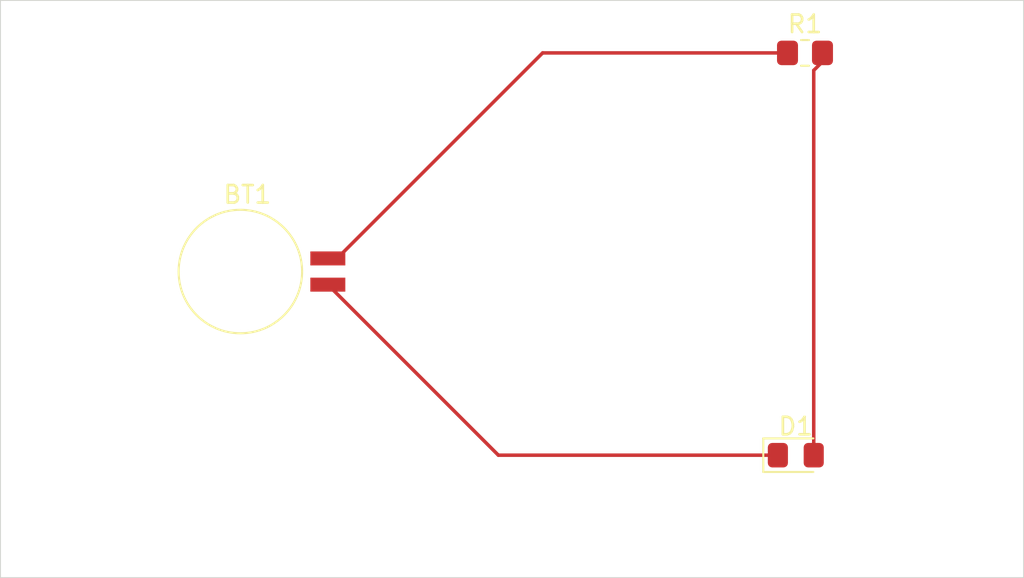
<source format=kicad_pcb>
(kicad_pcb (version 20240108) (generator "pcbnew") (generator_version "8.0")
  (layers (0 "F.Cu" signal) (31 "B.Cu" signal) (34 "B.Paste" user) (35 "F.Paste" user) (36 "B.SilkS" user "B.Silkscreen") (37 "F.SilkS" user "F.Silkscreen") (38 "B.Mask" user) (39 "F.Mask" user) (44 "Edge.Cuts" user))
  (net 0 "")
  (net 1 "Net-(BT1-+)")
  (net 2 "Net-(BT1--)")
  (net 3 "Net-(D1-A)")
  (footprint "Battery:BatteryHolder_Seiko_MS621F" (layer "F.Cu") (at 83.718102 64)
    (property "Reference" "BT1" (at -4.6 -4.4 0) (layer "F.SilkS"))
    (property "Value" "Battery_Cell")
    (fp_circle (center -5 0) (end -1.47 0) (stroke (width 0.12)) (fill none) (layer "F.SilkS"))
    (pad "1" smd rect (at 0 -0.75) (size 2 0.8) (layers "F.Cu" "F.Paste" "F.Mask") (net 1 "Net-(BT1-+)"))
    (pad "2" smd rect (at 0 0.75) (size 2 0.8) (layers "F.Cu" "F.Paste" "F.Mask") (net 2 "Net-(BT1--)"))
  )
  (footprint "Resistor_SMD:R_0805_2012Metric_Pad1.20x1.40mm_HandSolder" (layer "F.Cu") (at 111 51.5)
    (property "Reference" "R1" (at 0 -1.65 0) (layer "F.SilkS"))
    (property "Value" "R")
    (fp_line (start -0.227064 -0.735) (end 0.227064 -0.735) (stroke (width 0.12)) (layer "F.SilkS"))
    (fp_line (start -0.227064 0.735) (end 0.227064 0.735) (stroke (width 0.12)) (layer "F.SilkS"))
    (pad "1" smd roundrect (at -1 0) (size 1.2 1.4) (layers "F.Cu" "F.Paste" "F.Mask") (roundrect_rratio 0.208333) (net 1 "Net-(BT1-+)"))
    (pad "2" smd roundrect (at 1 0) (size 1.2 1.4) (layers "F.Cu" "F.Paste" "F.Mask") (roundrect_rratio 0.208333) (net 3 "Net-(D1-A)"))
  )
  (footprint "Diode_SMD:D_0805_2012Metric_Pad1.15x1.40mm_HandSolder" (layer "F.Cu") (at 110.475 74.5)
    (property "Reference" "D1" (at 0 -1.65 0) (layer "F.SilkS"))
    (property "Value" "LED")
    (fp_line (start -1.86 -0.96) (end -1.86 0.96) (stroke (width 0.12)) (layer "F.SilkS"))
    (fp_line (start -1.86 0.96) (end 1 0.96) (stroke (width 0.12)) (layer "F.SilkS"))
    (fp_line (start 1 -0.96) (end -1.86 -0.96) (stroke (width 0.12)) (layer "F.SilkS"))
    (pad "1" smd roundrect (at -1.025 0) (size 1.15 1.4) (layers "F.Cu" "F.Paste" "F.Mask") (roundrect_rratio 0.217391) (net 2 "Net-(BT1--)"))
    (pad "2" smd roundrect (at 1.025 0) (size 1.15 1.4) (layers "F.Cu" "F.Paste" "F.Mask") (roundrect_rratio 0.217391) (net 3 "Net-(D1-A)"))
  )
  (gr_rect (start 65 48.5) (end 123.5 81.5) (stroke (width 0.05)) (fill none) (layer "Edge.Cuts"))
  (segment (start 83.718102 63.25) (end 84.25 63.25) (width 0.2) (layer "F.Cu") (net 1))
  (segment (start 96 51.5) (end 110 51.5) (width 0.2) (layer "F.Cu") (net 1))
  (segment (start 84.25 63.25) (end 96 51.5) (width 0.2) (layer "F.Cu") (net 1))
  (segment (start 109.45 74.5) (end 93.468102 74.5) (width 0.2) (layer "F.Cu") (net 2))
  (segment (start 93.468102 74.5) (end 83.718102 64.75) (width 0.2) (layer "F.Cu") (net 2))
  (segment (start 111.5 52.5) (end 111.5 74.5) (width 0.2) (layer "F.Cu") (net 3))
  (segment (start 112 51.5) (end 112 52) (width 0.2) (layer "F.Cu") (net 3))
  (segment (start 112 52) (end 111.5 52.5) (width 0.2) (layer "F.Cu") (net 3))
)
</source>
